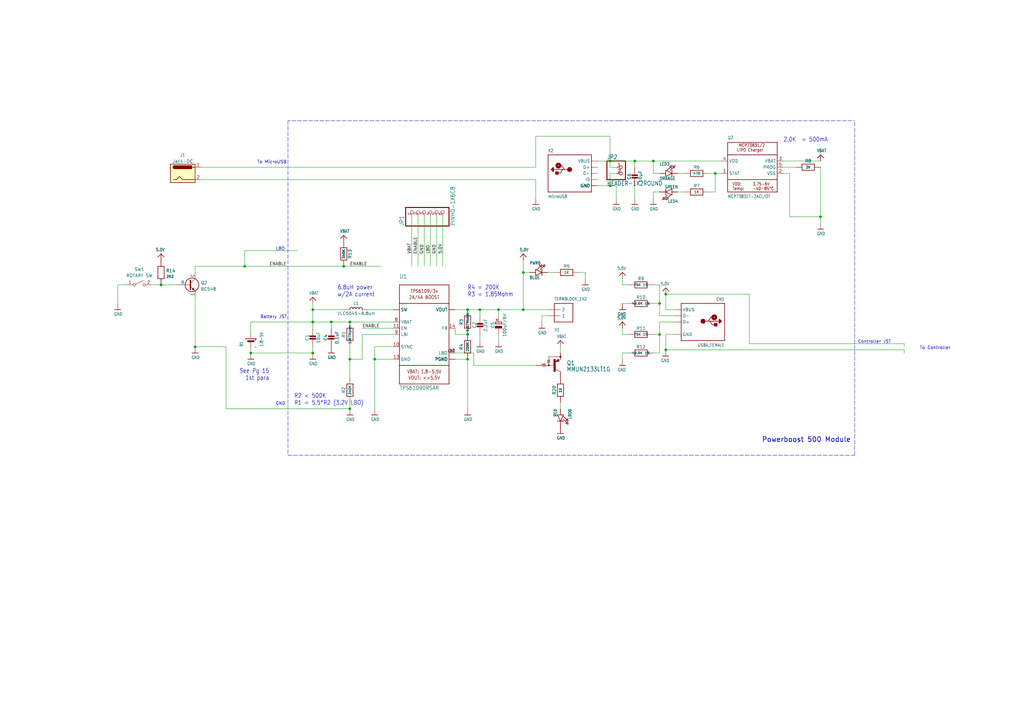
<source format=kicad_sch>
(kicad_sch (version 20211123) (generator eeschema)
  (paper "A3")
  (title_block (title "Controller Li-Po Battery Circuit") (date "2023-02-06") (company "AusSport Scoreboards"))
  (lib_symbols
    (symbol "Connector:Jack-DC" (pin_names (offset 1.016))
      (property "Reference" "J" (at 0 5.334 0))
      (property "Value" "Jack-DC" (at 0 -5.08 0))
      (symbol "Jack-DC_1_1"
        (pin passive line (at 7.62 2.54 180) (length 2.54) (name "~") (number "1"))
        (pin passive line (at 7.62 -2.54 180) (length 2.54) (name "~") (number "2"))
      )
    )
    (symbol "Controller LiPo Battery Circuit-eagle-import:-PNP_DRIVER-SC59-BEC"
      (property "Reference" "T" (at -10.16 7.62 0))
      (property "Value" "-PNP_DRIVER-SC59-BEC" (at -10.16 5.08 0))
      (symbol "-PNP_DRIVER-SC59-BEC_1_0"
        (pin passive line (at -7.62 0 0) (length 2.54) (name "B") (number "B"))
        (pin passive line (at 2.54 -5.08 90) (length 2.54) (name "C") (number "C"))
        (pin passive line (at 2.54 5.08 270) (length 2.54) (name "E") (number "E"))
      )
    )
    (symbol "Controller LiPo Battery Circuit-eagle-import:5.0V" (power)
      (property "Value" "5.0V" (at -1.524 1.016 0))
      (symbol "5.0V_1_0"
        (pin power_in line (at 0 -2.54 90) (length 2.54) (name "5.0V") (number "1"))
      )
    )
    (symbol "Controller LiPo Battery Circuit-eagle-import:BATTERY"
      (property "Reference" "B" (at -2.54 3.175 0))
      (property "Value" "BATTERY" (at -2.54 -5.08 0))
      (symbol "BATTERY_1_0"
        (text "+" (at 1.27 -1.143 900) (effects (font (size 1.27 1.0795)) (justify right top)))
        (text "-" (at -1.778 -1.143 900) (effects (font (size 1.27 1.0795)) (justify right top)))
        (pin passive line (at -2.54 0 0) (length 0) (name "-") (number "1"))
        (pin passive line (at 2.54 0 180) (length 0) (name "+") (number "2"))
      )
    )
    (symbol "Controller LiPo Battery Circuit-eagle-import:CAP_CERAMIC0805-NOOUTLINE"
      (property "Reference" "C" (at -2.29 1.25 90))
      (property "Value" "CAP_CERAMIC0805-NOOUTLINE" (at 2.3 1.25 90))
      (symbol "CAP_CERAMIC0805-NOOUTLINE_1_0"
        (pin passive line (at 0 5.08 270) (length 2.54) (name "1") (number "1"))
        (pin passive line (at 0 -2.54 90) (length 2.54) (name "2") (number "2"))
      )
    )
    (symbol "Controller LiPo Battery Circuit-eagle-import:CAP_TANTALUMB{slash}3528_REFLOW"
      (property "Reference" "C" (at -2.39 1.25 90))
      (property "Value" "CAP_TANTALUMB{slash}3528_REFLOW" (at 2.5 1.25 90))
      (symbol "CAP_TANTALUMB{slash}3528_REFLOW_1_0"
        (pin passive line (at 0 5.08 270) (length 2.54) (name "+") (number "+"))
        (pin passive line (at 0 -2.54 90) (length 2.54) (name "-") (number "-"))
      )
    )
    (symbol "Controller LiPo Battery Circuit-eagle-import:GND" (power)
      (property "Value" "GND" (at -1.524 -2.54 0))
      (symbol "GND_1_0"
        (pin power_in line (at 0 2.54 270) (length 2.54) (name "GND") (number "1"))
      )
    )
    (symbol "Controller LiPo Battery Circuit-eagle-import:HEADER-1X2ROUND"
      (property "Reference" "JP" (at -6.35 5.715 0))
      (property "Value" "HEADER-1X2ROUND" (at -6.35 -5.08 0))
      (symbol "HEADER-1X2ROUND_1_0"
        (pin passive inverted (at -2.54 2.54 0) (length 2.54) (name "1") (number "1"))
        (pin passive inverted (at -2.54 0 0) (length 2.54) (name "2") (number "2"))
      )
    )
    (symbol "Controller LiPo Battery Circuit-eagle-import:INDUCTORTDK_VLC5045"
      (property "Reference" "L" (at 0 2.54 0))
      (property "Value" "INDUCTORTDK_VLC5045" (at 0 -1.54 0))
      (symbol "INDUCTORTDK_VLC5045_1_0"
        (pin passive line (at -5.08 0 0) (length 2.54) (name "1") (number "P$1"))
        (pin passive line (at 5.08 0 180) (length 2.54) (name "2") (number "P$2"))
      )
    )
    (symbol "Controller LiPo Battery Circuit-eagle-import:LED0805_NOOUTLINE"
      (property "Reference" "LED" (at -5.08 3.175 0))
      (property "Value" "LED0805_NOOUTLINE" (at -5.08 -2.794 0))
      (symbol "LED0805_NOOUTLINE_1_0"
        (pin passive line (at -5.08 0 0) (length 2.54) (name "A") (number "A"))
        (pin passive line (at 2.54 0 180) (length 2.54) (name "C") (number "C"))
      )
    )
    (symbol "Controller LiPo Battery Circuit-eagle-import:MCP73831{slash}2"
      (property "Reference" "U" (at -10.16 11.43 0))
      (property "Value" "MCP73831{slash}2" (at -10.16 -12.7 0))
      (symbol "MCP73831{slash}2_1_0"
        (text "-40-85°C" (at 0 -9.525 0) (effects (font (size 1.27 1.0795)) (justify left bottom)))
        (text "3.75-6V" (at 0 -7.62 0) (effects (font (size 1.27 1.0795)) (justify left bottom)))
        (text "LIPO Charger" (at -6.35 6.35 0) (effects (font (size 1.27 1.0795)) (justify left bottom)))
        (text "MCP73831/2" (at -5.715 8.255 0) (effects (font (size 1.27 1.0795)) (justify left bottom)))
        (text "Temp:" (at -8.255 -9.525 0) (effects (font (size 1.27 1.0795)) (justify left bottom)))
        (text "VDD:" (at -8.255 -7.62 0) (effects (font (size 1.27 1.0795)) (justify left bottom)))
        (pin output line (at -12.7 -2.54 0) (length 2.54) (name "STAT") (number "1"))
        (pin power_in line (at 12.7 -2.54 180) (length 2.54) (name "VSS") (number "2"))
        (pin power_in line (at 12.7 2.54 180) (length 2.54) (name "VBAT") (number "3"))
        (pin power_in line (at -12.7 2.54 0) (length 2.54) (name "VDD") (number "4"))
        (pin input line (at 12.7 0 180) (length 2.54) (name "PROG") (number "5"))
      )
    )
    (symbol "Controller LiPo Battery Circuit-eagle-import:PINHD-1X6CB"
      (property "Reference" "JP" (at -6.35 10.795 0))
      (property "Value" "PINHD-1X6CB" (at -6.35 -10.16 0))
      (symbol "PINHD-1X6CB_1_0"
        (pin passive inverted (at -2.54 7.62 0) (length 2.54) (name "1") (number "1"))
        (pin passive inverted (at -2.54 5.08 0) (length 2.54) (name "2") (number "2"))
        (pin passive inverted (at -2.54 2.54 0) (length 2.54) (name "3") (number "3"))
        (pin passive inverted (at -2.54 0 0) (length 2.54) (name "4") (number "4"))
        (pin passive inverted (at -2.54 -2.54 0) (length 2.54) (name "5") (number "5"))
        (pin passive inverted (at -2.54 -5.08 0) (length 2.54) (name "6") (number "6"))
      )
    )
    (symbol "Controller LiPo Battery Circuit-eagle-import:RESISTOR0603MINI"
      (property "Reference" "R" (at 0 2.54 0))
      (property "Value" "RESISTOR0603MINI" (at 0 0 0))
      (symbol "RESISTOR0603MINI_1_0"
        (pin passive line (at -5.08 0 0) (length 2.54) (name "1") (number "1"))
        (pin passive line (at 5.08 0 180) (length 2.54) (name "2") (number "2"))
      )
    )
    (symbol "Controller LiPo Battery Circuit-eagle-import:RESISTOR0805_NOOUTLINE"
      (property "Reference" "R" (at 0 2.54 0))
      (property "Value" "RESISTOR0805_NOOUTLINE" (at 0 0 0))
      (symbol "RESISTOR0805_NOOUTLINE_1_0"
        (pin passive line (at -5.08 0 0) (length 2.54) (name "1") (number "1"))
        (pin passive line (at 5.08 0 180) (length 2.54) (name "2") (number "2"))
      )
    )
    (symbol "Controller LiPo Battery Circuit-eagle-import:TERMBLOCK_1X2"
      (property "Reference" "X" (at -2.54 7.62 0))
      (property "Value" "TERMBLOCK_1X2" (at -2.54 -5.08 0))
      (symbol "TERMBLOCK_1X2_1_0"
        (pin passive line (at -5.08 2.54 0) (length 5.08) (name "1") (number "1"))
        (pin passive line (at -5.08 0 0) (length 5.08) (name "2") (number "2"))
      )
    )
    (symbol "Controller LiPo Battery Circuit-eagle-import:USBMICRO_20329"
      (property "Reference" "X" (at -10.16 8.636 0))
      (property "Value" "USBMICRO_20329" (at -10.16 -10.16 0))
      (symbol "USBMICRO_20329_1_0"
        (pin power_in line (at 10.16 -5.08 180) (length 2.54) (name "GND") (number "BASE@1"))
        (pin power_in line (at 10.16 -5.08 180) (length 2.54) (name "GND") (number "BASE@2"))
        (pin bidirectional line (at 10.16 2.54 180) (length 2.54) (name "D+") (number "D+"))
        (pin bidirectional line (at 10.16 0 180) (length 2.54) (name "D-") (number "D-"))
        (pin power_in line (at 10.16 -5.08 180) (length 2.54) (name "GND") (number "GND"))
        (pin bidirectional line (at 10.16 -2.54 180) (length 2.54) (name "ID") (number "ID"))
        (pin power_in line (at 10.16 -5.08 180) (length 2.54) (name "GND") (number "SPRT@1"))
        (pin power_in line (at 10.16 -5.08 180) (length 2.54) (name "GND") (number "SPRT@2"))
        (pin power_in line (at 10.16 -5.08 180) (length 2.54) (name "GND") (number "SPRT@3"))
        (pin power_in line (at 10.16 -5.08 180) (length 2.54) (name "GND") (number "SPRT@4"))
        (pin power_in line (at 10.16 5.08 180) (length 2.54) (name "VBUS") (number "VBUS"))
      )
    )
    (symbol "Controller LiPo Battery Circuit-eagle-import:USB_TYPEAPTHFML"
      (property "Reference" "X" (at -10.16 8.636 0))
      (property "Value" "USB_TYPEAPTHFML" (at -10.16 -10.16 0))
      (symbol "USB_TYPEAPTHFML_1_0"
        (pin bidirectional line (at 10.16 0 180) (length 2.54) (name "D+") (number "D+"))
        (pin bidirectional line (at 10.16 2.54 180) (length 2.54) (name "D-") (number "D-"))
        (pin power_in line (at 10.16 -5.08 180) (length 2.54) (name "GND") (number "GND"))
        (pin power_in line (at 10.16 5.08 180) (length 2.54) (name "VBUS") (number "VBUS"))
      )
    )
    (symbol "Controller LiPo Battery Circuit-eagle-import:VBAT" (power)
      (property "Value" "VBAT" (at -1.524 1.016 0))
      (symbol "VBAT_1_0"
        (pin power_in line (at 0 -2.54 90) (length 2.54) (name "VBAT") (number "1"))
      )
    )
    (symbol "Controller LiPo Battery Circuit-eagle-import:VREG_TPS6103X"
      (property "Reference" "U" (at -10.16 22.86 0))
      (property "Value" "VREG_TPS6103X" (at -10.16 -22.86 0))
      (symbol "VREG_TPS6103X_1_0"
        (text "2A/4A BOOST" (at 0 15.24 0) (effects (font (size 1.4224 1.209))))
        (text "TPS6109/3x" (at 0 17.78 0) (effects (font (size 1.4224 1.209))))
        (text "VBAT: 1.8-5.5V" (at 0 -15.24 0) (effects (font (size 1.4224 1.209))))
        (text "VOUT: <=5.5V" (at 0 -17.78 0) (effects (font (size 1.4224 1.209))))
        (pin power_in line (at 12.7 10.16 180) (length 2.54) (name "VOUT") (number "1"))
        (pin input line (at -12.7 -5.08 0) (length 2.54) (name "SYNC") (number "10"))
        (pin input line (at -12.7 2.54 0) (length 2.54) (name "EN") (number "11"))
        (pin output line (at 12.7 -7.62 180) (length 2.54) (name "LBO") (number "12"))
        (pin power_in line (at -12.7 -10.16 0) (length 2.54) (name "GND") (number "13"))
        (pin input line (at 12.7 2.54 180) (length 2.54) (name "FB") (number "14"))
        (pin power_in line (at 12.7 10.16 180) (length 2.54) (name "VOUT") (number "15"))
        (pin power_in line (at 12.7 10.16 180) (length 2.54) (name "VOUT") (number "16"))
        (pin input line (at -12.7 10.16 0) (length 2.54) (name "SW") (number "3"))
        (pin input line (at -12.7 10.16 0) (length 2.54) (name "SW") (number "4"))
        (pin power_in line (at 12.7 -10.16 180) (length 2.54) (name "PGND") (number "5"))
        (pin power_in line (at 12.7 -10.16 180) (length 2.54) (name "PGND") (number "6"))
        (pin power_in line (at 12.7 -10.16 180) (length 2.54) (name "PGND") (number "7"))
        (pin input line (at -12.7 5.08 0) (length 2.54) (name "VBAT") (number "8"))
        (pin input line (at -12.7 0 0) (length 2.54) (name "LBI") (number "9"))
        (pin power_in line (at 12.7 -10.16 180) (length 2.54) (name "PGND") (number "P$18"))
        (pin power_in line (at 12.7 -10.16 180) (length 2.54) (name "PGND") (number "P$19"))
        (pin power_in line (at 12.7 -10.16 180) (length 2.54) (name "PGND") (number "P$20"))
        (pin power_in line (at 12.7 -10.16 180) (length 2.54) (name "PGND") (number "P$21"))
        (pin power_in line (at 12.7 -10.16 180) (length 2.54) (name "PGND") (number "P$22"))
        (pin power_in line (at 12.7 -10.16 180) (length 2.54) (name "PGND") (number "THERMAL"))
      )
    )
    (symbol "Switch:SW_SPST" (pin_names (offset 0) hide)
      (property "Reference" "SW" (at 0 3.175 0))
      (property "Value" "SW_SPST" (at 0 -2.54 0))
      (symbol "SW_SPST_1_1"
        (pin passive line (at -5.08 0 0) (length 2.54) (name "A") (number "1"))
        (pin passive line (at 5.08 0 180) (length 2.54) (name "B") (number "2"))
      )
    )
    (symbol "Transistor_BJT:BC548" (pin_numbers hide) (pin_names (offset 0))
      (property "Reference" "Q" (at 5.08 1.905 0))
      (property "Value" "BC548" (at 5.08 0 0))
      (symbol "BC548_1_1"
        (pin passive line (at 2.54 5.08 270) (length 2.54) (name "C") (number "1"))
        (pin input line (at -5.08 0 0) (length 5.08) (name "B") (number "2"))
        (pin passive line (at 2.54 -5.08 90) (length 2.54) (name "E") (number "3"))
      )
    )
  )
  (junction (at 204.47 127))
  (junction (at 250.19 76.2))
  (junction (at 66.04 116.84))
  (junction (at 128.27 127))
  (junction (at 128.27 132.08))
  (junction (at 153.67 147.32))
  (junction (at 191.77 137.16))
  (junction (at 102.87 144.78))
  (junction (at 214.63 111.76))
  (junction (at 100.33 109.22))
  (junction (at 135.89 132.08))
  (junction (at 143.51 132.08))
  (junction (at 140.97 109.22))
  (junction (at 191.77 147.32))
  (junction (at 214.63 127))
  (junction (at 143.51 147.32))
  (junction (at 196.85 127))
  (junction (at 260.35 66.04))
  (junction (at 270.51 124.46))
  (junction (at 270.51 137.16))
  (junction (at 336.55 88.9))
  (junction (at 267.97 66.04))
  (junction (at 143.51 167.64))
  (junction (at 273.05 143.51))
  (junction (at 128.27 144.78))
  (junction (at 191.77 127))
  (junction (at 80.01 142.24))
  (junction (at 273.05 120.65))
  (junction (at 293.37 71.12))
  (junction (at 250.19 66.04))
  (wire (pts (xy 267.97 71.12) (xy 267.97 66.04)))
  (wire (pts (xy 270.51 144.78) (xy 267.97 144.78)))
  (wire (pts (xy 273.05 137.16) (xy 273.05 143.51)))
  (wire (pts (xy 173.99 109.22) (xy 173.99 88.9)))
  (wire (pts (xy 186.69 137.16) (xy 191.77 137.16)))
  (wire (pts (xy 186.69 127) (xy 191.77 127)))
  (wire (pts (xy 156.21 109.22) (xy 140.97 109.22)))
  (wire (pts (xy 276.86 127) (xy 273.05 127)))
  (wire (pts (xy 153.67 142.24) (xy 153.67 147.32)))
  (wire (pts (xy 270.51 71.12) (xy 267.97 71.12)))
  (wire (pts (xy 214.63 127) (xy 214.63 111.76)))
  (wire (pts (xy 273.05 127) (xy 273.05 120.65)))
  (wire (pts (xy 214.63 111.76) (xy 214.63 106.68)))
  (wire (pts (xy 336.55 88.9) (xy 336.55 91.44)))
  (wire (pts (xy 293.37 71.12) (xy 295.91 71.12)))
  (wire (pts (xy 270.51 78.74) (xy 267.97 78.74)))
  (wire (pts (xy 191.77 127) (xy 196.85 127)))
  (wire (pts (xy 240.03 111.76) (xy 240.03 114.3)))
  (wire (pts (xy 257.81 116.84) (xy 255.27 116.84)))
  (wire (pts (xy 140.97 127) (xy 128.27 127)))
  (wire (pts (xy 336.55 68.58) (xy 336.55 88.9)))
  (wire (pts (xy 321.31 68.58) (xy 326.39 68.58)))
  (wire (pts (xy 229.87 144.78) (xy 229.87 142.24)))
  (wire (pts (xy 128.27 127) (xy 128.27 132.08)))
  (wire (pts (xy 276.86 129.54) (xy 270.51 129.54)))
  (wire (pts (xy 252.73 76.2) (xy 252.73 81.28)))
  (wire (pts (xy 219.71 68.58) (xy 219.71 55.88)))
  (wire (pts (xy 82.55 68.58) (xy 219.71 68.58)))
  (wire (pts (xy 143.51 147.32) (xy 143.51 154.94)))
  (polyline (pts (xy 350.52 186.69) (xy 350.52 49.53)))
  (wire (pts (xy 290.83 71.12) (xy 293.37 71.12)))
  (wire (pts (xy 336.55 66.04) (xy 321.31 66.04)))
  (wire (pts (xy 280.67 78.74) (xy 278.13 78.74)))
  (wire (pts (xy 82.55 73.66) (xy 219.71 73.66)))
  (wire (pts (xy 250.19 55.88) (xy 250.19 66.04)))
  (wire (pts (xy 48.26 116.84) (xy 48.26 124.46)))
  (wire (pts (xy 307.34 140.97) (xy 370.84 140.97)))
  (wire (pts (xy 224.79 111.76) (xy 227.33 111.76)))
  (wire (pts (xy 270.51 116.84) (xy 267.97 116.84)))
  (wire (pts (xy 250.19 66.04) (xy 260.35 66.04)))
  (wire (pts (xy 273.05 143.51) (xy 370.84 143.51)))
  (wire (pts (xy 260.35 68.58) (xy 260.35 66.04)))
  (wire (pts (xy 323.85 88.9) (xy 336.55 88.9)))
  (wire (pts (xy 245.11 66.04) (xy 250.19 66.04)))
  (wire (pts (xy 153.67 147.32) (xy 153.67 167.64)))
  (wire (pts (xy 370.84 140.97) (xy 370.84 142.24)))
  (wire (pts (xy 255.27 116.84) (xy 255.27 114.3)))
  (wire (pts (xy 143.51 147.32) (xy 143.51 142.24)))
  (wire (pts (xy 255.27 144.78) (xy 255.27 147.32)))
  (wire (pts (xy 196.85 127) (xy 204.47 127)))
  (wire (pts (xy 307.34 120.65) (xy 307.34 140.97)))
  (wire (pts (xy 148.59 147.32) (xy 143.51 147.32)))
  (wire (pts (xy 257.81 144.78) (xy 255.27 144.78)))
  (wire (pts (xy 143.51 132.08) (xy 135.89 132.08)))
  (wire (pts (xy 186.69 147.32) (xy 191.77 147.32)))
  (wire (pts (xy 204.47 127) (xy 204.47 129.54)))
  (wire (pts (xy 161.29 142.24) (xy 153.67 142.24)))
  (wire (pts (xy 100.33 109.22) (xy 140.97 109.22)))
  (wire (pts (xy 102.87 144.78) (xy 128.27 144.78)))
  (wire (pts (xy 143.51 167.64) (xy 143.51 165.1)))
  (wire (pts (xy 194.31 144.78) (xy 194.31 149.86)))
  (wire (pts (xy 186.69 144.78) (xy 194.31 144.78)))
  (wire (pts (xy 92.71 167.64) (xy 92.71 142.24)))
  (wire (pts (xy 102.87 132.08) (xy 102.87 137.16)))
  (wire (pts (xy 250.19 68.58) (xy 250.19 66.04)))
  (wire (pts (xy 278.13 71.12) (xy 280.67 71.12)))
  (wire (pts (xy 135.89 132.08) (xy 128.27 132.08)))
  (wire (pts (xy 66.04 116.84) (xy 72.39 116.84)))
  (wire (pts (xy 168.91 88.9) (xy 168.91 109.22)))
  (wire (pts (xy 276.86 132.08) (xy 270.51 132.08)))
  (wire (pts (xy 204.47 137.16) (xy 204.47 139.7)))
  (wire (pts (xy 128.27 142.24) (xy 128.27 144.78)))
  (wire (pts (xy 171.45 88.9) (xy 171.45 109.22)))
  (wire (pts (xy 52.07 116.84) (xy 48.26 116.84)))
  (wire (pts (xy 80.01 121.92) (xy 80.01 142.24)))
  (wire (pts (xy 92.71 142.24) (xy 80.01 142.24)))
  (wire (pts (xy 179.07 88.9) (xy 179.07 109.22)))
  (wire (pts (xy 255.27 137.16) (xy 255.27 134.62)))
  (wire (pts (xy 222.25 129.54) (xy 224.79 129.54)))
  (wire (pts (xy 270.51 124.46) (xy 270.51 116.84)))
  (polyline (pts (xy 118.11 186.69) (xy 350.52 186.69)))
  (wire (pts (xy 267.97 66.04) (xy 295.91 66.04)))
  (wire (pts (xy 252.73 68.58) (xy 250.19 68.58)))
  (wire (pts (xy 135.89 134.62) (xy 135.89 132.08)))
  (wire (pts (xy 267.97 78.74) (xy 267.97 81.28)))
  (wire (pts (xy 270.51 137.16) (xy 267.97 137.16)))
  (wire (pts (xy 237.49 111.76) (xy 240.03 111.76)))
  (wire (pts (xy 161.29 134.62) (xy 148.59 134.62)))
  (wire (pts (xy 161.29 147.32) (xy 153.67 147.32)))
  (wire (pts (xy 293.37 78.74) (xy 293.37 71.12)))
  (wire (pts (xy 80.01 109.22) (xy 100.33 109.22)))
  (wire (pts (xy 161.29 127) (xy 151.13 127)))
  (wire (pts (xy 217.17 111.76) (xy 214.63 111.76)))
  (wire (pts (xy 290.83 78.74) (xy 293.37 78.74)))
  (wire (pts (xy 102.87 142.24) (xy 102.87 144.78)))
  (wire (pts (xy 370.84 143.51) (xy 370.84 144.78)))
  (wire (pts (xy 273.05 120.65) (xy 307.34 120.65)))
  (wire (pts (xy 100.33 102.87) (xy 121.92 102.87)))
  (wire (pts (xy 245.11 76.2) (xy 250.19 76.2)))
  (wire (pts (xy 224.79 127) (xy 214.63 127)))
  (wire (pts (xy 80.01 111.76) (xy 80.01 109.22)))
  (wire (pts (xy 257.81 124.46) (xy 255.27 124.46)))
  (wire (pts (xy 92.71 167.64) (xy 143.51 167.64)))
  (wire (pts (xy 276.86 137.16) (xy 273.05 137.16)))
  (wire (pts (xy 270.51 132.08) (xy 270.51 137.16)))
  (wire (pts (xy 270.51 137.16) (xy 270.51 144.78)))
  (wire (pts (xy 186.69 134.62) (xy 186.69 137.16)))
  (wire (pts (xy 270.51 129.54) (xy 270.51 124.46)))
  (wire (pts (xy 191.77 147.32) (xy 191.77 167.64)))
  (wire (pts (xy 250.19 76.2) (xy 252.73 76.2)))
  (wire (pts (xy 323.85 71.12) (xy 323.85 88.9)))
  (wire (pts (xy 204.47 127) (xy 214.63 127)))
  (wire (pts (xy 62.23 116.84) (xy 66.04 116.84)))
  (wire (pts (xy 176.53 88.9) (xy 176.53 109.22)))
  (wire (pts (xy 260.35 66.04) (xy 267.97 66.04)))
  (wire (pts (xy 250.19 71.12) (xy 250.19 76.2)))
  (wire (pts (xy 229.87 167.64) (xy 229.87 165.1)))
  (polyline (pts (xy 254 49.53) (xy 350.52 49.53)))
  (wire (pts (xy 181.61 88.9) (xy 181.61 109.22)))
  (wire (pts (xy 161.29 132.08) (xy 143.51 132.08)))
  (wire (pts (xy 257.81 137.16) (xy 255.27 137.16)))
  (wire (pts (xy 128.27 127) (xy 128.27 124.46)))
  (polyline (pts (xy 118.11 49.53) (xy 118.11 186.69)))
  (wire (pts (xy 270.51 124.46) (xy 267.97 124.46)))
  (wire (pts (xy 102.87 132.08) (xy 128.27 132.08)))
  (wire (pts (xy 252.73 71.12) (xy 250.19 71.12)))
  (wire (pts (xy 194.31 149.86) (xy 219.71 149.86)))
  (wire (pts (xy 196.85 137.16) (xy 196.85 139.7)))
  (wire (pts (xy 100.33 102.87) (xy 100.33 109.22)))
  (wire (pts (xy 148.59 147.32) (xy 148.59 137.16)))
  (polyline (pts (xy 254 49.53) (xy 118.11 49.53)))
  (wire (pts (xy 321.31 71.12) (xy 323.85 71.12)))
  (wire (pts (xy 219.71 55.88) (xy 250.19 55.88)))
  (wire (pts (xy 128.27 132.08) (xy 128.27 134.62)))
  (wire (pts (xy 260.35 76.2) (xy 260.35 81.28)))
  (wire (pts (xy 161.29 137.16) (xy 148.59 137.16)))
  (wire (pts (xy 196.85 129.54) (xy 196.85 127)))
  (wire (pts (xy 222.25 129.54) (xy 222.25 132.08)))
  (wire (pts (xy 219.71 73.66) (xy 219.71 81.28)))
  (text "Controller JST\n" (at 351.79 140.97 0) (effects (font (size 1.27 1.27)) (justify left bottom)))
  (text "To Controller\n" (at 377.19 143.51 0) (effects (font (size 1.27 1.27)) (justify left bottom)))
  (text "LBO\n" (at 113.03 102.87 0) (effects (font (size 1.27 1.27)) (justify left bottom)))
  (text "6.8uH power\nw/2A current" (at 138.43 121.92 180) (effects (font (size 1.778 1.5113)) (justify left bottom)))
  (text "2.0K  = 500mA" (at 321.31 58.42 180) (effects (font (size 1.778 1.5113)) (justify left bottom)))
  (text "R2 < 500K\nR1 = 5.5*R2 (3.2V LBO)" (at 120.65 166.37 180) (effects (font (size 1.778 1.5113)) (justify left bottom)))
  (text "To MicroUSB" (at 105.41 67.31 0) (effects (font (size 1.27 1.27)) (justify left bottom)))
  (text "R4 = 200K\nR3 = 1.85Mohm" (at 191.77 121.92 180) (effects (font (size 1.778 1.5113)) (justify left bottom)))
  (text "Battery JST" (at 106.68 130.81 0) (effects (font (size 1.27 1.27)) (justify left bottom)))
  (text "GND" (at 113.03 166.37 0) (effects (font (size 1.27 1.27)) (justify left bottom)))
  (text "Powerboost 500 Module" (at 312.42 181.61 0) (effects (font (size 2 2) (thickness 0.254) bold) (justify left bottom)))
  (text "See Pg 15\n1st para" (at 110.49 156.21 180) (effects (font (size 1.778 1.5113)) (justify right bottom)))
  (label "ENABLE" (at 143.51 109.22 0) (effects (font (size 1.2446 1.2446))))
  (label "5.0V" (at 181.61 104.14 90) (effects (font (size 1.2446 1.2446))))
  (label "VBAT" (at 168.91 104.14 90) (effects (font (size 1.2446 1.2446))))
  (label "GND" (at 173.99 104.14 90) (effects (font (size 1.2446 1.2446))))
  (label "ENABLE" (at 171.45 104.14 90) (effects (font (size 1.2446 1.2446))))
  (label "LBO" (at 176.53 104.14 90) (effects (font (size 1.2446 1.2446))))
  (label "GND" (at 179.07 104.14 90) (effects (font (size 1.2446 1.2446))))
  (label "ENABLE" (at 148.59 134.62 0) (effects (font (size 1.2446 1.2446))))
  (label "LBO" (at 186.69 144.78 180) (effects (font (size 1.016 1.016))))
  (label "ENABLE" (at 110.49 109.22 0) (effects (font (size 1.2446 1.2446))))
  (symbol (lib_id "Controller LiPo Battery Circuit-eagle-import:VREG_TPS6103X") (at 173.99 137.16 0) (unit 1)
    (property "Reference" "U1" (at 163.83 114.3 0) (effects (font (size 1.6764 1.4249)) (justify left bottom)))
    (property "Value" "TPS61090RSAR" (at 163.83 160.02 0) (effects (font (size 1.6764 1.4249)) (justify left bottom)))
    (property "Footprint" "Controller LiPo Battery Circuit:PVQFN-16" (effects hide))
  )
  (symbol (lib_id "Controller LiPo Battery Circuit-eagle-import:INDUCTORTDK_VLC5045") (at 146.05 127 0) (unit 1)
    (property "Reference" "L1" (at 146.05 124.46 0))
    (property "Value" "VLC5045-6.8uH" (at 146.05 128.54 0))
    (property "Footprint" "Controller LiPo Battery Circuit:INDUCTOR_5X5MM_TDK_VLC5045" (effects hide))
  )
  (symbol (lib_id "Switch:SW_SPST") (at 57.15 116.84 0) (unit 1)
    (property "Reference" "SW1" (at 57.15 110.49 0))
    (property "Value" "ROTARY SW" (at 57.15 113.03 0))
  )
  (symbol (lib_id "Controller LiPo Battery Circuit-eagle-import:GND") (at 219.71 83.82 0) (unit 1)
    (property "Reference" "#U$023" (effects hide))
    (property "Value" "GND" (at 218.186 86.36 0) (effects (font (size 1.27 1.0795)) (justify left bottom)))
    (property "Footprint" "Controller LiPo Battery Circuit:" (effects hide))
  )
  (symbol (lib_id "Controller LiPo Battery Circuit-eagle-import:GND") (at 222.25 134.62 0) (unit 1)
    (property "Reference" "#U$09" (effects hide))
    (property "Value" "GND" (at 220.726 137.16 0) (effects (font (size 1.27 1.0795)) (justify left bottom)))
    (property "Footprint" "Controller LiPo Battery Circuit:" (effects hide))
  )
  (symbol (lib_id "Controller LiPo Battery Circuit-eagle-import:5.0V") (at 255.27 132.08 0) (mirror y) (unit 1)
    (property "Reference" "#U$016" (effects hide))
    (property "Value" "5.0V" (at 256.794 131.064 0) (effects (font (size 1.27 1.0795)) (justify left bottom)))
    (property "Footprint" "Controller LiPo Battery Circuit:" (effects hide))
  )
  (symbol (lib_id "Controller LiPo Battery Circuit-eagle-import:RESISTOR0805_NOOUTLINE") (at 285.75 78.74 0) (unit 1)
    (property "Reference" "R7" (at 285.75 76.2 0))
    (property "Value" "1K" (at 285.75 78.74 0) (effects (font (size 1.016 1.016) bold)))
    (property "Footprint" "Controller LiPo Battery Circuit:0805-NO" (effects hide))
  )
  (symbol (lib_id "Controller LiPo Battery Circuit-eagle-import:-PNP_DRIVER-SC59-BEC") (at 227.33 149.86 0) (unit 1)
    (property "Reference" "Q1" (at 232.41 149.86 0) (effects (font (size 1.778 1.5113)) (justify left bottom)))
    (property "Value" "MMUN2133LT1G" (at 232.41 152.4 0) (effects (font (size 1.778 1.5113)) (justify left bottom)))
    (property "Footprint" "Controller LiPo Battery Circuit:SC59-BEC" (effects hide))
  )
  (symbol (lib_id "Controller LiPo Battery Circuit-eagle-import:VBAT") (at 140.97 96.52 0) (unit 1)
    (property "Reference" "#U$027" (effects hide))
    (property "Value" "VBAT" (at 139.446 95.504 0) (effects (font (size 1.27 1.0795)) (justify left bottom)))
    (property "Footprint" "Controller LiPo Battery Circuit:" (effects hide))
  )
  (symbol (lib_id "Controller LiPo Battery Circuit-eagle-import:MCP73831{slash}2") (at 308.61 68.58 0) (unit 1)
    (property "Reference" "U2" (at 298.45 57.15 0) (effects (font (size 1.27 1.0795)) (justify left bottom)))
    (property "Value" "MCP73831T-2ACI/OT" (at 298.45 81.28 0) (effects (font (size 1.27 1.0795)) (justify left bottom)))
    (property "Footprint" "Controller LiPo Battery Circuit:SOT23-5" (effects hide))
  )
  (symbol (lib_id "Controller LiPo Battery Circuit-eagle-import:RESISTOR0805_NOOUTLINE") (at 262.89 137.16 0) (mirror y) (unit 1)
    (property "Reference" "R11" (at 262.89 134.62 0))
    (property "Value" "75K 1%" (at 262.89 137.16 0) (effects (font (size 1.016 1.016) bold)))
    (property "Footprint" "Controller LiPo Battery Circuit:0805-NO" (effects hide))
  )
  (symbol (lib_id "Controller LiPo Battery Circuit-eagle-import:5.0V") (at 273.05 118.11 0) (mirror y) (unit 1)
    (property "Reference" "#U$017" (effects hide))
    (property "Value" "5.0V" (at 274.574 117.094 0) (effects (font (size 1.27 1.0795)) (justify left bottom)))
    (property "Footprint" "Controller LiPo Battery Circuit:" (effects hide))
  )
  (symbol (lib_id "Controller LiPo Battery Circuit-eagle-import:CAP_CERAMIC0805-NOOUTLINE") (at 128.27 139.7 0) (unit 1)
    (property "Reference" "C1" (at 125.98 138.45 90))
    (property "Value" "10uF" (at 130.57 138.45 90))
    (property "Footprint" "Controller LiPo Battery Circuit:0805-NO" (effects hide))
  )
  (symbol (lib_id "Controller LiPo Battery Circuit-eagle-import:GND") (at 80.01 144.78 0) (unit 1)
    (property "Reference" "#U$?" (effects hide))
    (property "Value" "GND" (at 78.486 147.32 0) (effects (font (size 1.27 1.0795)) (justify left bottom)))
    (property "Footprint" "Controller LiPo Battery Circuit:" (effects hide))
  )
  (symbol (lib_id "Controller LiPo Battery Circuit-eagle-import:GND") (at 260.35 83.82 0) (unit 1)
    (property "Reference" "#U$031" (effects hide))
    (property "Value" "GND" (at 258.826 86.36 0) (effects (font (size 1.27 1.0795)) (justify left bottom)))
    (property "Footprint" "Controller LiPo Battery Circuit:" (effects hide))
  )
  (symbol (lib_id "Controller LiPo Battery Circuit-eagle-import:GND") (at 267.97 83.82 0) (unit 1)
    (property "Reference" "#U$033" (effects hide))
    (property "Value" "GND" (at 266.446 86.36 0) (effects (font (size 1.27 1.0795)) (justify left bottom)))
    (property "Footprint" "Controller LiPo Battery Circuit:" (effects hide))
  )
  (symbol (lib_id "Controller LiPo Battery Circuit-eagle-import:GND") (at 229.87 177.8 0) (unit 1)
    (property "Reference" "#U$020" (effects hide))
    (property "Value" "GND" (at 228.346 180.34 0) (effects (font (size 1.27 1.0795)) (justify left bottom)))
    (property "Footprint" "Controller LiPo Battery Circuit:" (effects hide))
  )
  (symbol (lib_id "Controller LiPo Battery Circuit-eagle-import:5.0V") (at 255.27 111.76 0) (mirror y) (unit 1)
    (property "Reference" "#U$015" (effects hide))
    (property "Value" "5.0V" (at 256.794 110.744 0) (effects (font (size 1.27 1.0795)) (justify left bottom)))
    (property "Footprint" "Controller LiPo Battery Circuit:" (effects hide))
  )
  (symbol (lib_id "Controller LiPo Battery Circuit-eagle-import:GND") (at 336.55 93.98 0) (unit 1)
    (property "Reference" "#U$032" (effects hide))
    (property "Value" "GND" (at 335.026 96.52 0) (effects (font (size 1.27 1.0795)) (justify left bottom)))
    (property "Footprint" "Controller LiPo Battery Circuit:" (effects hide))
  )
  (symbol (lib_id "Controller LiPo Battery Circuit-eagle-import:GND") (at 135.89 144.78 0) (unit 1)
    (property "Reference" "#U$024" (effects hide))
    (property "Value" "GND" (at 134.366 147.32 0) (effects (font (size 1.27 1.0795)) (justify left bottom)))
    (property "Footprint" "Controller LiPo Battery Circuit:" (effects hide))
  )
  (symbol (lib_id "Controller LiPo Battery Circuit-eagle-import:CAP_TANTALUMB{slash}3528_REFLOW") (at 204.47 134.62 0) (unit 1)
    (property "Reference" "C5" (at 202.08 133.37 90))
    (property "Value" "100uF/6V" (at 206.97 133.37 90))
    (property "Footprint" "Controller LiPo Battery Circuit:EIA3528-21_B-R" (effects hide))
  )
  (symbol (lib_id "Controller LiPo Battery Circuit-eagle-import:GND") (at 196.85 142.24 0) (unit 1)
    (property "Reference" "#U$06" (effects hide))
    (property "Value" "GND" (at 195.326 144.78 0) (effects (font (size 1.27 1.0795)) (justify left bottom)))
    (property "Footprint" "Controller LiPo Battery Circuit:" (effects hide))
  )
  (symbol (lib_id "Controller LiPo Battery Circuit-eagle-import:RESISTOR0805_NOOUTLINE") (at 191.77 132.08 90) (unit 1)
    (property "Reference" "R3" (at 189.23 132.08 0))
    (property "Value" "1.87Mohm" (at 191.77 132.08 0) (effects (font (size 1.016 1.016) bold)))
    (property "Footprint" "Controller LiPo Battery Circuit:0805-NO" (effects hide))
  )
  (symbol (lib_id "Controller LiPo Battery Circuit-eagle-import:GND") (at 273.05 146.05 0) (mirror y) (unit 1)
    (property "Reference" "#U$022" (effects hide))
    (property "Value" "GND" (at 274.574 148.59 0) (effects (font (size 1.27 1.0795)) (justify left bottom)))
    (property "Footprint" "Controller LiPo Battery Circuit:" (effects hide))
  )
  (symbol (lib_id "Connector:Jack-DC") (at 74.93 71.12 0) (unit 1)
    (property "Reference" "J1" (at 74.93 63.6102 0))
    (property "Value" "Jack-DC" (at 74.93 66.1471 0))
  )
  (symbol (lib_id "Controller LiPo Battery Circuit-eagle-import:HEADER-1X2ROUND") (at 255.27 71.12 0) (unit 1)
    (property "Reference" "JP2" (at 248.92 65.405 0) (effects (font (size 1.778 1.5113)) (justify left bottom)))
    (property "Value" "HEADER-1X2ROUND" (at 248.92 76.2 0) (effects (font (size 1.778 1.5113)) (justify left bottom)))
    (property "Footprint" "Controller LiPo Battery Circuit:1X02_ROUND" (effects hide))
  )
  (symbol (lib_id "Transistor_BJT:BC548") (at 77.47 116.84 0) (unit 1)
    (property "Reference" "Q2" (at 82.3214 116.0053 0) (effects (justify left)))
    (property "Value" "BC548" (at 82.3214 118.5422 0) (effects (justify left)))
    (property "Footprint" "Package_TO_SOT_THT:TO-92_Inline" (effects hide))
    (property "Datasheet" "https://www.onsemi.com/pub/Collateral/BC550-D.pdf" (effects hide))
  )
  (symbol (lib_id "Controller LiPo Battery Circuit-eagle-import:CAP_CERAMIC0805-NOOUTLINE") (at 196.85 134.62 0) (unit 1)
    (property "Reference" "C2" (at 194.56 133.37 90))
    (property "Value" "2.2uF" (at 199.15 133.37 90))
    (property "Footprint" "Controller LiPo Battery Circuit:0805-NO" (effects hide))
  )
  (symbol (lib_id "Controller LiPo Battery Circuit-eagle-import:5.0V") (at 214.63 104.14 0) (unit 1)
    (property "Reference" "#U$07" (effects hide))
    (property "Value" "5.0V" (at 213.106 103.124 0) (effects (font (size 1.27 1.0795)) (justify left bottom)))
    (property "Footprint" "Controller LiPo Battery Circuit:" (effects hide))
  )
  (symbol (lib_id "Controller LiPo Battery Circuit-eagle-import:GND") (at 102.87 147.32 0) (unit 1)
    (property "Reference" "#U$05" (effects hide))
    (property "Value" "GND" (at 101.346 149.86 0) (effects (font (size 1.27 1.0795)) (justify left bottom)))
    (property "Footprint" "Controller LiPo Battery Circuit:" (effects hide))
  )
  (symbol (lib_id "Controller LiPo Battery Circuit-eagle-import:CAP_CERAMIC0805-NOOUTLINE") (at 260.35 73.66 0) (unit 1)
    (property "Reference" "C6" (at 258.06 72.41 90))
    (property "Value" "10µF" (at 262.65 72.41 90))
    (property "Footprint" "Controller LiPo Battery Circuit:0805-NO" (effects hide))
  )
  (symbol (lib_id "Controller LiPo Battery Circuit-eagle-import:RESISTOR0603MINI") (at 66.04 111.76 90) (unit 1)
    (property "Reference" "R14" (at 68.072 111.0314 90) (effects (justify right)))
    (property "Value" "2K2" (at 68.072 113.3972 90) (effects (font (size 1.016 1.016) bold) (justify right)))
    (property "Footprint" "Controller LiPo Battery Circuit:0603-MINI" (effects hide))
  )
  (symbol (lib_id "Controller LiPo Battery Circuit-eagle-import:CAP_CERAMIC0805-NOOUTLINE") (at 135.89 139.7 0) (unit 1)
    (property "Reference" "C4" (at 133.6 138.45 90))
    (property "Value" "0.1uF" (at 138.19 138.45 90))
    (property "Footprint" "Controller LiPo Battery Circuit:0805-NO" (effects hide))
  )
  (symbol (lib_id "Controller LiPo Battery Circuit-eagle-import:RESISTOR0805_NOOUTLINE") (at 331.47 68.58 0) (unit 1)
    (property "Reference" "R8" (at 331.47 66.04 0))
    (property "Value" "2k" (at 331.47 68.58 0) (effects (font (size 1.016 1.016) bold)))
    (property "Footprint" "Controller LiPo Battery Circuit:0805-NO" (effects hide))
  )
  (symbol (lib_id "Controller LiPo Battery Circuit-eagle-import:GND") (at 191.77 170.18 0) (unit 1)
    (property "Reference" "#U$03" (effects hide))
    (property "Value" "GND" (at 190.246 172.72 0) (effects (font (size 1.27 1.0795)) (justify left bottom)))
    (property "Footprint" "Controller LiPo Battery Circuit:" (effects hide))
  )
  (symbol (lib_id "Controller LiPo Battery Circuit-eagle-import:RESISTOR0805_NOOUTLINE") (at 262.89 144.78 0) (mirror y) (unit 1)
    (property "Reference" "R12" (at 262.89 142.24 0))
    (property "Value" "49.9K 1%" (at 262.89 144.78 0) (effects (font (size 1.016 1.016) bold)))
    (property "Footprint" "Controller LiPo Battery Circuit:0805-NO" (effects hide))
  )
  (symbol (lib_id "Controller LiPo Battery Circuit-eagle-import:RESISTOR0805_NOOUTLINE") (at 140.97 104.14 270) (unit 1)
    (property "Reference" "R13" (at 143.51 104.14 0))
    (property "Value" "340K" (at 140.97 104.14 0) (effects (font (size 1.016 1.016) bold)))
    (property "Footprint" "Controller LiPo Battery Circuit:0805-NO" (effects hide))
  )
  (symbol (lib_id "Controller LiPo Battery Circuit-eagle-import:VBAT") (at 128.27 121.92 0) (unit 1)
    (property "Reference" "#U$019" (effects hide))
    (property "Value" "VBAT" (at 126.746 120.904 0) (effects (font (size 1.27 1.0795)) (justify left bottom)))
    (property "Footprint" "Controller LiPo Battery Circuit:" (effects hide))
  )
  (symbol (lib_id "Controller LiPo Battery Circuit-eagle-import:GND") (at 255.27 127 0) (mirror y) (unit 1)
    (property "Reference" "#U$018" (effects hide))
    (property "Value" "GND" (at 256.794 129.54 0) (effects (font (size 1.27 1.0795)) (justify left bottom)))
    (property "Footprint" "Controller LiPo Battery Circuit:" (effects hide))
  )
  (symbol (lib_id "Controller LiPo Battery Circuit-eagle-import:GND") (at 48.26 127 0) (unit 1)
    (property "Reference" "#U$010" (effects hide))
    (property "Value" "GND" (at 46.736 129.54 0) (effects (font (size 1.27 1.0795)) (justify left bottom)))
    (property "Footprint" "Controller LiPo Battery Circuit:" (effects hide))
  )
  (symbol (lib_id "Controller LiPo Battery Circuit-eagle-import:VBAT") (at 336.55 63.5 0) (unit 1)
    (property "Reference" "#U$034" (effects hide))
    (property "Value" "VBAT" (at 335.026 62.484 0) (effects (font (size 1.27 1.0795)) (justify left bottom)))
    (property "Footprint" "Controller LiPo Battery Circuit:" (effects hide))
  )
  (symbol (lib_id "Controller LiPo Battery Circuit-eagle-import:LED0805_NOOUTLINE") (at 222.25 111.76 0) (unit 1)
    (property "Reference" "PWR0" (at 217.17 108.585 0) (effects (font (size 1.27 1.0795)) (justify left bottom)))
    (property "Value" "BLUE" (at 217.17 114.554 0) (effects (font (size 1.27 1.0795)) (justify left bottom)))
    (property "Footprint" "Controller LiPo Battery Circuit:CHIPLED_0805_NOOUTLINE" (effects hide))
  )
  (symbol (lib_id "Controller LiPo Battery Circuit-eagle-import:RESISTOR0805_NOOUTLINE") (at 143.51 160.02 90) (unit 1)
    (property "Reference" "R2" (at 140.97 160.02 0))
    (property "Value" "340K" (at 143.51 160.02 0) (effects (font (size 1.016 1.016) bold)))
    (property "Footprint" "Controller LiPo Battery Circuit:0805-NO" (effects hide))
  )
  (symbol (lib_id "Controller LiPo Battery Circuit-eagle-import:5.0V") (at 66.04 104.14 0) (mirror y) (unit 1)
    (property "Reference" "#U$012" (effects hide))
    (property "Value" "5.0V" (at 67.564 103.124 0) (effects (font (size 1.27 1.0795)) (justify left bottom)))
    (property "Footprint" "Controller LiPo Battery Circuit:" (effects hide))
  )
  (symbol (lib_id "Controller LiPo Battery Circuit-eagle-import:PINHD-1X6CB") (at 176.53 86.36 90) (unit 1)
    (property "Reference" "JP1" (at 165.735 92.71 0) (effects (font (size 1.778 1.5113)) (justify left bottom)))
    (property "Value" "PINHD-1X6CB" (at 186.69 92.71 0) (effects (font (size 1.778 1.5113)) (justify left bottom)))
    (property "Footprint" "Controller LiPo Battery Circuit:1X06-CLEANBIG" (effects hide))
  )
  (symbol (lib_id "Controller LiPo Battery Circuit-eagle-import:GND") (at 252.73 83.82 0) (unit 1)
    (property "Reference" "#U$030" (effects hide))
    (property "Value" "GND" (at 251.206 86.36 0) (effects (font (size 1.27 1.0795)) (justify left bottom)))
    (property "Footprint" "Controller LiPo Battery Circuit:" (effects hide))
  )
  (symbol (lib_id "Controller LiPo Battery Circuit-eagle-import:GND") (at 204.47 142.24 0) (unit 1)
    (property "Reference" "#U$08" (effects hide))
    (property "Value" "GND" (at 202.946 144.78 0) (effects (font (size 1.27 1.0795)) (justify left bottom)))
    (property "Footprint" "Controller LiPo Battery Circuit:" (effects hide))
  )
  (symbol (lib_id "Controller LiPo Battery Circuit-eagle-import:RESISTOR0805_NOOUTLINE") (at 143.51 137.16 90) (unit 1)
    (property "Reference" "R1" (at 140.97 137.16 0))
    (property "Value" "1.87Mohm" (at 143.51 137.16 0) (effects (font (size 1.016 1.016) bold)))
    (property "Footprint" "Controller LiPo Battery Circuit:0805-NO" (effects hide))
  )
  (symbol (lib_id "Controller LiPo Battery Circuit-eagle-import:GND") (at 240.03 116.84 0) (unit 1)
    (property "Reference" "#U$014" (effects hide))
    (property "Value" "GND" (at 238.506 119.38 0) (effects (font (size 1.27 1.0795)) (justify left bottom)))
    (property "Footprint" "Controller LiPo Battery Circuit:" (effects hide))
  )
  (symbol (lib_id "Controller LiPo Battery Circuit-eagle-import:USBMICRO_20329") (at 234.95 71.12 0) (unit 1)
    (property "Reference" "X2" (at 224.79 62.484 0) (effects (font (size 1.27 1.0795)) (justify left bottom)))
    (property "Value" "microUSB" (at 224.79 81.28 0) (effects (font (size 1.27 1.0795)) (justify left bottom)))
    (property "Footprint" "Controller LiPo Battery Circuit:4UCONN_20329" (effects hide))
  )
  (symbol (lib_id "Controller LiPo Battery Circuit-eagle-import:GND") (at 128.27 147.32 0) (unit 1)
    (property "Reference" "#U$04" (effects hide))
    (property "Value" "GND" (at 126.746 149.86 0) (effects (font (size 1.27 1.0795)) (justify left bottom)))
    (property "Footprint" "Controller LiPo Battery Circuit:" (effects hide))
  )
  (symbol (lib_id "Controller LiPo Battery Circuit-eagle-import:TERMBLOCK_1X2") (at 229.87 127 0) (mirror x) (unit 1)
    (property "Reference" "X1" (at 227.33 134.62 0) (effects (font (size 1.27 1.0795)) (justify left bottom)))
    (property "Value" "TERMBLOCK_1X2" (at 227.33 121.92 0) (effects (font (size 1.27 1.0795)) (justify left bottom)))
    (property "Footprint" "Controller LiPo Battery Circuit:TERMBLOCK_1X2-3.5MM" (effects hide))
  )
  (symbol (lib_id "Controller LiPo Battery Circuit-eagle-import:RESISTOR0805_NOOUTLINE") (at 229.87 160.02 90) (unit 1)
    (property "Reference" "R20" (at 227.33 160.02 0))
    (property "Value" "1K" (at 229.87 160.02 0) (effects (font (size 1.016 1.016) bold)))
    (property "Footprint" "Controller LiPo Battery Circuit:0805-NO" (effects hide))
  )
  (symbol (lib_id "Controller LiPo Battery Circuit-eagle-import:LED0805_NOOUTLINE") (at 273.05 78.74 180) (unit 1)
    (property "Reference" "LED4" (at 278.13 81.915 0) (effects (font (size 1.27 1.0795)) (justify left bottom)))
    (property "Value" "GREEN" (at 278.13 75.946 0) (effects (font (size 1.27 1.0795)) (justify left bottom)))
    (property "Footprint" "Controller LiPo Battery Circuit:CHIPLED_0805_NOOUTLINE" (effects hide))
  )
  (symbol (lib_id "Controller LiPo Battery Circuit-eagle-import:USB_TYPEAPTHFML") (at 287.02 132.08 0) (mirror y) (unit 1)
    (property "Reference" "CN1" (at 297.18 123.444 0) (effects (font (size 1.27 1.0795)) (justify left bottom)))
    (property "Value" "USBA_FEMALE" (at 297.18 142.24 0) (effects (font (size 1.27 1.0795)) (justify left bottom)))
    (property "Footprint" "Controller LiPo Battery Circuit:USB_HOST-PTH" (effects hide))
  )
  (symbol (lib_id "Controller LiPo Battery Circuit-eagle-import:RESISTOR0805_NOOUTLINE") (at 262.89 116.84 0) (mirror y) (unit 1)
    (property "Reference" "R9" (at 262.89 114.3 0))
    (property "Value" "75K 1%" (at 262.89 116.84 0) (effects (font (size 1.016 1.016) bold)))
    (property "Footprint" "Controller LiPo Battery Circuit:0805-NO" (effects hide))
  )
  (symbol (lib_id "Controller LiPo Battery Circuit-eagle-import:GND") (at 255.27 149.86 0) (mirror y) (unit 1)
    (property "Reference" "#U$021" (effects hide))
    (property "Value" "GND" (at 256.794 152.4 0) (effects (font (size 1.27 1.0795)) (justify left bottom)))
    (property "Footprint" "Controller LiPo Battery Circuit:" (effects hide))
  )
  (symbol (lib_id "Controller LiPo Battery Circuit-eagle-import:GND") (at 153.67 170.18 0) (unit 1)
    (property "Reference" "#U$02" (effects hide))
    (property "Value" "GND" (at 152.146 172.72 0) (effects (font (size 1.27 1.0795)) (justify left bottom)))
    (property "Footprint" "Controller LiPo Battery Circuit:" (effects hide))
  )
  (symbol (lib_id "Controller LiPo Battery Circuit-eagle-import:RESISTOR0805_NOOUTLINE") (at 191.77 142.24 90) (unit 1)
    (property "Reference" "R4" (at 189.23 142.24 0))
    (property "Value" "200K" (at 191.77 142.24 0) (effects (font (size 1.016 1.016) bold)))
    (property "Footprint" "Controller LiPo Battery Circuit:0805-NO" (effects hide))
  )
  (symbol (lib_id "Controller LiPo Battery Circuit-eagle-import:RESISTOR0805_NOOUTLINE") (at 232.41 111.76 0) (unit 1)
    (property "Reference" "R5" (at 232.41 109.22 0))
    (property "Value" "1K" (at 232.41 111.76 0) (effects (font (size 1.016 1.016) bold)))
    (property "Footprint" "Controller LiPo Battery Circuit:0805-NO" (effects hide))
  )
  (symbol (lib_id "Controller LiPo Battery Circuit-eagle-import:RESISTOR0805_NOOUTLINE") (at 285.75 71.12 0) (unit 1)
    (property "Reference" "R6" (at 285.75 68.58 0))
    (property "Value" "470" (at 285.75 71.12 0) (effects (font (size 1.016 1.016) bold)))
    (property "Footprint" "Controller LiPo Battery Circuit:0805-NO" (effects hide))
  )
  (symbol (lib_id "Controller LiPo Battery Circuit-eagle-import:GND") (at 143.51 170.18 0) (unit 1)
    (property "Reference" "#U$01" (effects hide))
    (property "Value" "GND" (at 141.986 172.72 0) (effects (font (size 1.27 1.0795)) (justify left bottom)))
    (property "Footprint" "Controller LiPo Battery Circuit:" (effects hide))
  )
  (symbol (lib_id "Controller LiPo Battery Circuit-eagle-import:VBAT") (at 229.87 139.7 0) (unit 1)
    (property "Reference" "#U$011" (effects hide))
    (property "Value" "VBAT" (at 228.346 138.684 0) (effects (font (size 1.27 1.0795)) (justify left bottom)))
    (property "Footprint" "Controller LiPo Battery Circuit:" (effects hide))
  )
  (symbol (lib_id "Controller LiPo Battery Circuit-eagle-import:LED0805_NOOUTLINE") (at 229.87 172.72 270) (unit 1)
    (property "Reference" "LBO0" (at 233.045 167.64 0) (effects (font (size 1.27 1.0795)) (justify left bottom)))
    (property "Value" "RED" (at 227.076 167.64 0) (effects (font (size 1.27 1.0795)) (justify left bottom)))
    (property "Footprint" "Controller LiPo Battery Circuit:CHIPLED_0805_NOOUTLINE" (effects hide))
  )
  (symbol (lib_id "Controller LiPo Battery Circuit-eagle-import:LED0805_NOOUTLINE") (at 275.59 71.12 0) (unit 1)
    (property "Reference" "LED3" (at 270.51 67.945 0) (effects (font (size 1.27 1.0795)) (justify left bottom)))
    (property "Value" "ORANGE" (at 270.51 73.914 0) (effects (font (size 1.27 1.0795)) (justify left bottom)))
    (property "Footprint" "Controller LiPo Battery Circuit:CHIPLED_0805_NOOUTLINE" (effects hide))
  )
  (symbol (lib_id "Controller LiPo Battery Circuit-eagle-import:RESISTOR0805_NOOUTLINE") (at 262.89 124.46 0) (mirror y) (unit 1)
    (property "Reference" "R10" (at 262.89 121.92 0))
    (property "Value" "49.9K 1%" (at 262.89 124.46 0) (effects (font (size 1.016 1.016) bold)))
    (property "Footprint" "Controller LiPo Battery Circuit:0805-NO" (effects hide))
  )
  (symbol (lib_id "Controller LiPo Battery Circuit-eagle-import:BATTERY") (at 102.87 139.7 90) (unit 1)
    (property "Reference" "B1" (at 99.695 142.24 0) (effects (font (size 1.27 1.0795)) (justify left bottom)))
    (property "Value" "1.8-5V" (at 107.95 142.24 0) (effects (font (size 1.27 1.0795)) (justify left bottom)))
    (property "Footprint" "Controller LiPo Battery Circuit:JSTPH2" (effects hide))
  )
)
</source>
